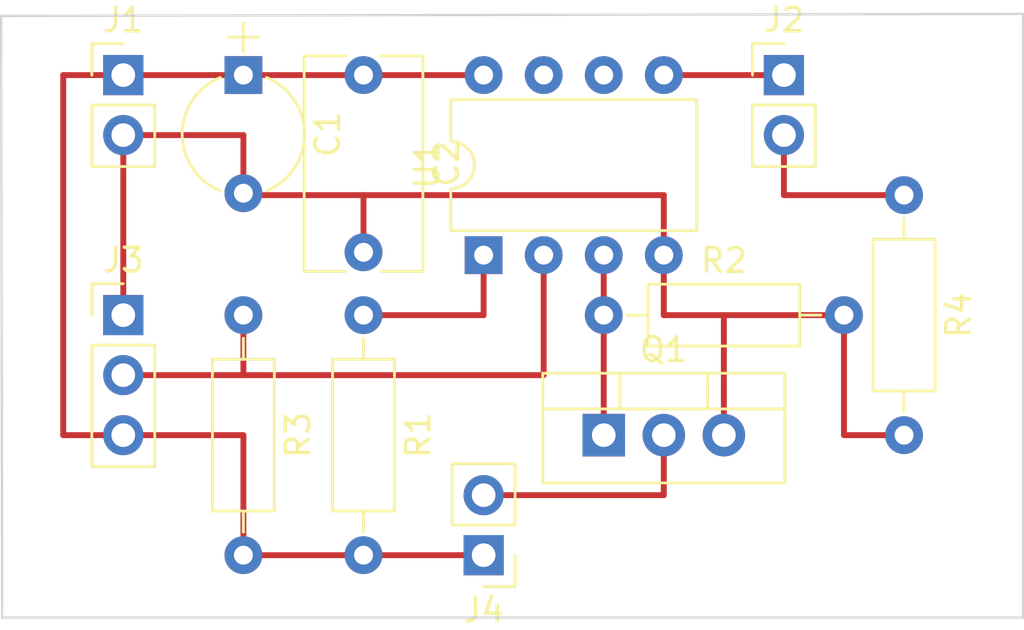
<source format=kicad_pcb>

(kicad_pcb
  (version 20171130)
  (host pcbnew "(5.1.12)-1")
  (general
    (thickness 1.6)
    (drawings 4)
    (tracks 37)
    (zones 0)
    (modules 12)
    (nets 11))
  (page USLetter)
  (layers
    (0 F.Cu signal)
    (31 B.Cu signal)
    (32 B.Adhes user)
    (33 F.Adhes user)
    (34 B.Paste user)
    (35 F.Paste user)
    (36 B.SilkS user)
    (37 F.SilkS user)
    (38 B.Mask user)
    (39 F.Mask user)
    (40 Dwgs.User user)
    (41 Cmts.User user)
    (42 Eco1.User user)
    (43 Eco2.User user)
    (44 Edge.Cuts user)
    (45 Margin user)
    (46 B.CrtYd user)
    (47 F.CrtYd user)
    (48 B.Fab user)
    (49 F.Fab user))
  (setup
    (last_trace_width 0.25)
    (trace_clearance 0.2)
    (zone_clearance 0.508)
    (zone_45_only no)
    (trace_min 0.2)
    (via_size 0.6)
    (via_drill 0.4)
    (via_min_size 0.4)
    (via_min_drill 0.3)
    (uvia_size 0.3)
    (uvia_drill 0.1)
    (uvias_allowed no)
    (uvia_min_size 0.2)
    (uvia_min_drill 0.1)
    (edge_width 0.1)
    (segment_width 0.2)
    (pcb_text_width 0.3)
    (pcb_text_size 1.5 1.5)
    (mod_edge_width 0.15)
    (mod_text_size 1 1)
    (mod_text_width 0.15)
    (pad_size 1.5 1.5)
    (pad_drill 0.6)
    (pad_to_mask_clearance 0)
    (aux_axis_origin 0 0)
    (visible_elements 7FFFFFFF)
    (pcbplotparams
      (layerselection 0x00030_80000001)
      (usegerberextensions false)
      (usegerberattributes true)
      (usegerberadvancedattributes true)
      (creategerberjobfile true)
      (excludeedgelayer true)
      (linewidth 0.1)
      (plotframeref false)
      (viasonmask false)
      (mode 1)
      (useauxorigin false)
      (hpglpennumber 1)
      (hpglpenspeed 20)
      (hpglpendiameter 15.0)
      (psnegative false)
      (psa4output false)
      (plotreference true)
      (plotvalue true)
      (plotinvisibletext false)
      (padsonsilk false)
      (subtractmaskfromsilk false)
      (outputformat 5)
      (mirror false)
      (drillshape 0)
      (scaleselection 1)
      (outputdirectory "")))
  (net 0 "")
  (net 1 /VCC)
  (net 2 GND)
  (net 3 "Net-(J2-Pad1)")
  (net 4 "Net-(J2-Pad2)")
  (net 5 "Net-(J3-Pad2)")
  (net 6 "Net-(J4-Pad2)")
  (net 7 "Net-(Q1-Pad1)")
  (net 8 "Net-(R1-Pad1)")
  (net 9 "Net-(U1-Pad6)")
  (net 10 "Net-(U1-Pad7)")
  (net_class Default "This is the default net class."
    (clearance 0.2)
    (trace_width 0.25)
    (via_dia 0.6)
    (via_drill 0.4)
    (uvia_dia 0.3)
    (uvia_drill 0.1)
    (add_net /VCC)
    (add_net GND)
    (add_net "Net-(J2-Pad1)")
    (add_net "Net-(J2-Pad2)")
    (add_net "Net-(J3-Pad2)")
    (add_net "Net-(J4-Pad2)")
    (add_net "Net-(Q1-Pad1)")
    (add_net "Net-(R1-Pad1)")
    (add_net "Net-(U1-Pad6)")
    (add_net "Net-(U1-Pad7)"))
  (module Capacitors_THT:CP_Radial_Tantal_D5.0mm_P5.00mm
    (layer F.Cu)
    (tedit 5920C257)
    (tstamp 5923B5AD)
    (at 129.54 93.98 270)
    (descr "CP, Radial_Tantal series, Radial, pin pitch=5.00mm, , diameter=5.0mm, Tantal Electrolytic Capacitor, http://cdn-reichelt.de/documents/datenblatt/B300/TANTAL-TB-Serie%23.pdf")
    (tags "CP Radial_Tantal series Radial pin pitch 5.00mm  diameter 5.0mm Tantal Electrolytic Capacitor")
    (path /592301F6)
    (fp_text reference C1
      (at 2.5 -3.56 270)
      (layer F.SilkS)
      (effects
        (font
          (size 1 1)
          (thickness 0.15))))
    (fp_text value 1uF
      (at 2.5 3.56 270)
      (layer F.Fab)
      (effects
        (font
          (size 1 1)
          (thickness 0.15))))
    (fp_text user %R
      (at 1.4 0 270)
      (layer F.Fab)
      (effects
        (font
          (size 1 1)
          (thickness 0.15))))
    (fp_circle
      (center 2.5 0)
      (end 5 0)
      (layer F.Fab)
      (width 0.1))
    (fp_line
      (start 6.05 -2.85)
      (end -1.05 -2.85)
      (layer F.CrtYd)
      (width 0.05))
    (fp_line
      (start 6.05 2.85)
      (end 6.05 -2.85)
      (layer F.CrtYd)
      (width 0.05))
    (fp_line
      (start -1.05 2.85)
      (end 6.05 2.85)
      (layer F.CrtYd)
      (width 0.05))
    (fp_line
      (start -1.05 -2.85)
      (end -1.05 2.85)
      (layer F.CrtYd)
      (width 0.05))
    (fp_line
      (start -1.6 -0.65)
      (end -1.6 0.65)
      (layer F.SilkS)
      (width 0.12))
    (fp_line
      (start -2.2 0)
      (end -1 0)
      (layer F.SilkS)
      (width 0.12))
    (fp_line
      (start -1.6 -0.65)
      (end -1.6 0.65)
      (layer F.Fab)
      (width 0.1))
    (fp_line
      (start -2.2 0)
      (end -1 0)
      (layer F.Fab)
      (width 0.1))
    (fp_arc
      (start 2.5 0)
      (end 0.102564 -0.98)
      (angle 135.5)
      (layer F.SilkS)
      (width 0.12))
    (fp_arc
      (start 2.5 0)
      (end 0.102564 0.98)
      (angle -135.5)
      (layer F.SilkS)
      (width 0.12))
    (pad 1 thru_hole rect
      (at 0 0 270)
      (size 1.6 1.6)
      (drill 0.8)
      (layers *.Cu *.Mask)
      (net 1 /VCC))
    (pad 2 thru_hole circle
      (at 5 0 270)
      (size 1.6 1.6)
      (drill 0.8)
      (layers *.Cu *.Mask)
      (net 2 GND))
    (model ${KISYS3DMOD}/Capacitors_THT.3dshapes/CP_Radial_Tantal_D5.0mm_P5.00mm.wrl
      (at
        (xyz 0 0 0))
      (scale
        (xyz 0.393701 0.393701 0.393701))
      (rotate
        (xyz 0 0 0))))
  (module Capacitors_THT:C_Rect_L9.0mm_W4.9mm_P7.50mm_MKT
    (layer F.Cu)
    (tedit 5920C257)
    (tstamp 5923B5B3)
    (at 134.62 93.98 270)
    (descr "C, Rect series, Radial, pin pitch=7.50mm, , length*width=9*4.9mm^2, Capacitor, https://en.tdk.eu/inf/20/20/db/fc_2009/MKT_B32560_564.pdf")
    (tags "C Rect series Radial pin pitch 7.50mm  length 9mm width 4.9mm Capacitor")
    (path /592301B1)
    (fp_text reference C2
      (at 3.75 -3.51 270)
      (layer F.SilkS)
      (effects
        (font
          (size 1 1)
          (thickness 0.15))))
    (fp_text value 0.1uF
      (at 3.75 3.51 270)
      (layer F.Fab)
      (effects
        (font
          (size 1 1)
          (thickness 0.15))))
    (fp_text user %R
      (at 3.75 0 270)
      (layer F.Fab)
      (effects
        (font
          (size 1 1)
          (thickness 0.15))))
    (fp_line
      (start 8.6 -2.8)
      (end -1.1 -2.8)
      (layer F.CrtYd)
      (width 0.05))
    (fp_line
      (start 8.6 2.8)
      (end 8.6 -2.8)
      (layer F.CrtYd)
      (width 0.05))
    (fp_line
      (start -1.1 2.8)
      (end 8.6 2.8)
      (layer F.CrtYd)
      (width 0.05))
    (fp_line
      (start -1.1 -2.8)
      (end -1.1 2.8)
      (layer F.CrtYd)
      (width 0.05))
    (fp_line
      (start 8.31 0.75)
      (end 8.31 2.51)
      (layer F.SilkS)
      (width 0.12))
    (fp_line
      (start 8.31 -2.51)
      (end 8.31 -0.75)
      (layer F.SilkS)
      (width 0.12))
    (fp_line
      (start -0.81 0.75)
      (end -0.81 2.51)
      (layer F.SilkS)
      (width 0.12))
    (fp_line
      (start -0.81 -2.51)
      (end -0.81 -0.75)
      (layer F.SilkS)
      (width 0.12))
    (fp_line
      (start -0.81 2.51)
      (end 8.31 2.51)
      (layer F.SilkS)
      (width 0.12))
    (fp_line
      (start -0.81 -2.51)
      (end 8.31 -2.51)
      (layer F.SilkS)
      (width 0.12))
    (fp_line
      (start 8.25 -2.45)
      (end -0.75 -2.45)
      (layer F.Fab)
      (width 0.1))
    (fp_line
      (start 8.25 2.45)
      (end 8.25 -2.45)
      (layer F.Fab)
      (width 0.1))
    (fp_line
      (start -0.75 2.45)
      (end 8.25 2.45)
      (layer F.Fab)
      (width 0.1))
    (fp_line
      (start -0.75 -2.45)
      (end -0.75 2.45)
      (layer F.Fab)
      (width 0.1))
    (pad 1 thru_hole circle
      (at 0 0 270)
      (size 1.6 1.6)
      (drill 0.8)
      (layers *.Cu *.Mask)
      (net 1 /VCC))
    (pad 2 thru_hole circle
      (at 7.5 0 270)
      (size 1.6 1.6)
      (drill 0.8)
      (layers *.Cu *.Mask)
      (net 2 GND))
    (model ${KISYS3DMOD}/Capacitors_THT.3dshapes/C_Rect_L9.0mm_W4.9mm_P7.50mm_MKT.wrl
      (at
        (xyz 0 0 0))
      (scale
        (xyz 0.393701 0.393701 0.393701))
      (rotate
        (xyz 0 0 0))))
  (module Pin_Headers:Pin_Header_Straight_1x02_Pitch2.54mm
    (layer F.Cu)
    (tedit 58CD4EC1)
    (tstamp 5923B5B9)
    (at 124.46 93.98)
    (descr "Through hole straight pin header, 1x02, 2.54mm pitch, single row")
    (tags "Through hole pin header THT 1x02 2.54mm single row")
    (path /592292B1)
    (fp_text reference J1
      (at 0 -2.33)
      (layer F.SilkS)
      (effects
        (font
          (size 1 1)
          (thickness 0.15))))
    (fp_text value PWR
      (at 0 4.87)
      (layer F.Fab)
      (effects
        (font
          (size 1 1)
          (thickness 0.15))))
    (fp_text user %R
      (at 0 -2.33)
      (layer F.Fab)
      (effects
        (font
          (size 1 1)
          (thickness 0.15))))
    (fp_line
      (start 1.8 -1.8)
      (end -1.8 -1.8)
      (layer F.CrtYd)
      (width 0.05))
    (fp_line
      (start 1.8 4.35)
      (end 1.8 -1.8)
      (layer F.CrtYd)
      (width 0.05))
    (fp_line
      (start -1.8 4.35)
      (end 1.8 4.35)
      (layer F.CrtYd)
      (width 0.05))
    (fp_line
      (start -1.8 -1.8)
      (end -1.8 4.35)
      (layer F.CrtYd)
      (width 0.05))
    (fp_line
      (start -1.33 -1.33)
      (end 0 -1.33)
      (layer F.SilkS)
      (width 0.12))
    (fp_line
      (start -1.33 0)
      (end -1.33 -1.33)
      (layer F.SilkS)
      (width 0.12))
    (fp_line
      (start 1.33 1.27)
      (end -1.33 1.27)
      (layer F.SilkS)
      (width 0.12))
    (fp_line
      (start 1.33 3.87)
      (end 1.33 1.27)
      (layer F.SilkS)
      (width 0.12))
    (fp_line
      (start -1.33 3.87)
      (end 1.33 3.87)
      (layer F.SilkS)
      (width 0.12))
    (fp_line
      (start -1.33 1.27)
      (end -1.33 3.87)
      (layer F.SilkS)
      (width 0.12))
    (fp_line
      (start 1.27 -1.27)
      (end -1.27 -1.27)
      (layer F.Fab)
      (width 0.1))
    (fp_line
      (start 1.27 3.81)
      (end 1.27 -1.27)
      (layer F.Fab)
      (width 0.1))
    (fp_line
      (start -1.27 3.81)
      (end 1.27 3.81)
      (layer F.Fab)
      (width 0.1))
    (fp_line
      (start -1.27 -1.27)
      (end -1.27 3.81)
      (layer F.Fab)
      (width 0.1))
    (pad 1 thru_hole rect
      (at 0 0)
      (size 1.7 1.7)
      (drill 1)
      (layers *.Cu *.Mask)
      (net 1 /VCC))
    (pad 2 thru_hole oval
      (at 0 2.54)
      (size 1.7 1.7)
      (drill 1)
      (layers *.Cu *.Mask)
      (net 2 GND))
    (model ${KISYS3DMOD}/Pin_Headers.3dshapes/Pin_Header_Straight_1x02_Pitch2.54mm.wrl
      (offset
        (xyz 0 -1.269999980926514 0))
      (scale
        (xyz 1 1 1))
      (rotate
        (xyz 0 0 90))))
  (module Pin_Headers:Pin_Header_Straight_1x02_Pitch2.54mm
    (layer F.Cu)
    (tedit 58CD4EC1)
    (tstamp 5923B5BF)
    (at 152.4 93.98)
    (descr "Through hole straight pin header, 1x02, 2.54mm pitch, single row")
    (tags "Through hole pin header THT 1x02 2.54mm single row")
    (path /59229326)
    (fp_text reference J2
      (at 0 -2.33)
      (layer F.SilkS)
      (effects
        (font
          (size 1 1)
          (thickness 0.15))))
    (fp_text value LED
      (at 0 4.87)
      (layer F.Fab)
      (effects
        (font
          (size 1 1)
          (thickness 0.15))))
    (fp_text user %R
      (at 0 -2.33)
      (layer F.Fab)
      (effects
        (font
          (size 1 1)
          (thickness 0.15))))
    (fp_line
      (start 1.8 -1.8)
      (end -1.8 -1.8)
      (layer F.CrtYd)
      (width 0.05))
    (fp_line
      (start 1.8 4.35)
      (end 1.8 -1.8)
      (layer F.CrtYd)
      (width 0.05))
    (fp_line
      (start -1.8 4.35)
      (end 1.8 4.35)
      (layer F.CrtYd)
      (width 0.05))
    (fp_line
      (start -1.8 -1.8)
      (end -1.8 4.35)
      (layer F.CrtYd)
      (width 0.05))
    (fp_line
      (start -1.33 -1.33)
      (end 0 -1.33)
      (layer F.SilkS)
      (width 0.12))
    (fp_line
      (start -1.33 0)
      (end -1.33 -1.33)
      (layer F.SilkS)
      (width 0.12))
    (fp_line
      (start 1.33 1.27)
      (end -1.33 1.27)
      (layer F.SilkS)
      (width 0.12))
    (fp_line
      (start 1.33 3.87)
      (end 1.33 1.27)
      (layer F.SilkS)
      (width 0.12))
    (fp_line
      (start -1.33 3.87)
      (end 1.33 3.87)
      (layer F.SilkS)
      (width 0.12))
    (fp_line
      (start -1.33 1.27)
      (end -1.33 3.87)
      (layer F.SilkS)
      (width 0.12))
    (fp_line
      (start 1.27 -1.27)
      (end -1.27 -1.27)
      (layer F.Fab)
      (width 0.1))
    (fp_line
      (start 1.27 3.81)
      (end 1.27 -1.27)
      (layer F.Fab)
      (width 0.1))
    (fp_line
      (start -1.27 3.81)
      (end 1.27 3.81)
      (layer F.Fab)
      (width 0.1))
    (fp_line
      (start -1.27 -1.27)
      (end -1.27 3.81)
      (layer F.Fab)
      (width 0.1))
    (pad 1 thru_hole rect
      (at 0 0)
      (size 1.7 1.7)
      (drill 1)
      (layers *.Cu *.Mask)
      (net 3 "Net-(J2-Pad1)"))
    (pad 2 thru_hole oval
      (at 0 2.54)
      (size 1.7 1.7)
      (drill 1)
      (layers *.Cu *.Mask)
      (net 4 "Net-(J2-Pad2)"))
    (model ${KISYS3DMOD}/Pin_Headers.3dshapes/Pin_Header_Straight_1x02_Pitch2.54mm.wrl
      (offset
        (xyz 0 -1.269999980926514 0))
      (scale
        (xyz 1 1 1))
      (rotate
        (xyz 0 0 90))))
  (module Pin_Headers:Pin_Header_Straight_1x03_Pitch2.54mm
    (layer F.Cu)
    (tedit 58CD4EC1)
    (tstamp 5923B5C6)
    (at 124.46 104.14)
    (descr "Through hole straight pin header, 1x03, 2.54mm pitch, single row")
    (tags "Through hole pin header THT 1x03 2.54mm single row")
    (path /59229DFD)
    (fp_text reference J3
      (at 0 -2.33)
      (layer F.SilkS)
      (effects
        (font
          (size 1 1)
          (thickness 0.15))))
    (fp_text value DS18B20
      (at 0 7.41)
      (layer F.Fab)
      (effects
        (font
          (size 1 1)
          (thickness 0.15))))
    (fp_text user %R
      (at 0 -2.33)
      (layer F.Fab)
      (effects
        (font
          (size 1 1)
          (thickness 0.15))))
    (fp_line
      (start 1.8 -1.8)
      (end -1.8 -1.8)
      (layer F.CrtYd)
      (width 0.05))
    (fp_line
      (start 1.8 6.85)
      (end 1.8 -1.8)
      (layer F.CrtYd)
      (width 0.05))
    (fp_line
      (start -1.8 6.85)
      (end 1.8 6.85)
      (layer F.CrtYd)
      (width 0.05))
    (fp_line
      (start -1.8 -1.8)
      (end -1.8 6.85)
      (layer F.CrtYd)
      (width 0.05))
    (fp_line
      (start -1.33 -1.33)
      (end 0 -1.33)
      (layer F.SilkS)
      (width 0.12))
    (fp_line
      (start -1.33 0)
      (end -1.33 -1.33)
      (layer F.SilkS)
      (width 0.12))
    (fp_line
      (start 1.33 1.27)
      (end -1.33 1.27)
      (layer F.SilkS)
      (width 0.12))
    (fp_line
      (start 1.33 6.41)
      (end 1.33 1.27)
      (layer F.SilkS)
      (width 0.12))
    (fp_line
      (start -1.33 6.41)
      (end 1.33 6.41)
      (layer F.SilkS)
      (width 0.12))
    (fp_line
      (start -1.33 1.27)
      (end -1.33 6.41)
      (layer F.SilkS)
      (width 0.12))
    (fp_line
      (start 1.27 -1.27)
      (end -1.27 -1.27)
      (layer F.Fab)
      (width 0.1))
    (fp_line
      (start 1.27 6.35)
      (end 1.27 -1.27)
      (layer F.Fab)
      (width 0.1))
    (fp_line
      (start -1.27 6.35)
      (end 1.27 6.35)
      (layer F.Fab)
      (width 0.1))
    (fp_line
      (start -1.27 -1.27)
      (end -1.27 6.35)
      (layer F.Fab)
      (width 0.1))
    (pad 1 thru_hole rect
      (at 0 0)
      (size 1.7 1.7)
      (drill 1)
      (layers *.Cu *.Mask)
      (net 2 GND))
    (pad 2 thru_hole oval
      (at 0 2.54)
      (size 1.7 1.7)
      (drill 1)
      (layers *.Cu *.Mask)
      (net 5 "Net-(J3-Pad2)"))
    (pad 3 thru_hole oval
      (at 0 5.08)
      (size 1.7 1.7)
      (drill 1)
      (layers *.Cu *.Mask)
      (net 1 /VCC))
    (model ${KISYS3DMOD}/Pin_Headers.3dshapes/Pin_Header_Straight_1x03_Pitch2.54mm.wrl
      (offset
        (xyz 0 -2.539999961853027 0))
      (scale
        (xyz 1 1 1))
      (rotate
        (xyz 0 0 90))))
  (module Pin_Headers:Pin_Header_Straight_1x02_Pitch2.54mm
    (layer F.Cu)
    (tedit 58CD4EC1)
    (tstamp 5923B5CC)
    (at 139.7 114.3 180)
    (descr "Through hole straight pin header, 1x02, 2.54mm pitch, single row")
    (tags "Through hole pin header THT 1x02 2.54mm single row")
    (path /5922937D)
    (fp_text reference J4
      (at 0 -2.33 180)
      (layer F.SilkS)
      (effects
        (font
          (size 1 1)
          (thickness 0.15))))
    (fp_text value Fan
      (at 0 4.87 180)
      (layer F.Fab)
      (effects
        (font
          (size 1 1)
          (thickness 0.15))))
    (fp_text user %R
      (at 0 -2.33 180)
      (layer F.Fab)
      (effects
        (font
          (size 1 1)
          (thickness 0.15))))
    (fp_line
      (start 1.8 -1.8)
      (end -1.8 -1.8)
      (layer F.CrtYd)
      (width 0.05))
    (fp_line
      (start 1.8 4.35)
      (end 1.8 -1.8)
      (layer F.CrtYd)
      (width 0.05))
    (fp_line
      (start -1.8 4.35)
      (end 1.8 4.35)
      (layer F.CrtYd)
      (width 0.05))
    (fp_line
      (start -1.8 -1.8)
      (end -1.8 4.35)
      (layer F.CrtYd)
      (width 0.05))
    (fp_line
      (start -1.33 -1.33)
      (end 0 -1.33)
      (layer F.SilkS)
      (width 0.12))
    (fp_line
      (start -1.33 0)
      (end -1.33 -1.33)
      (layer F.SilkS)
      (width 0.12))
    (fp_line
      (start 1.33 1.27)
      (end -1.33 1.27)
      (layer F.SilkS)
      (width 0.12))
    (fp_line
      (start 1.33 3.87)
      (end 1.33 1.27)
      (layer F.SilkS)
      (width 0.12))
    (fp_line
      (start -1.33 3.87)
      (end 1.33 3.87)
      (layer F.SilkS)
      (width 0.12))
    (fp_line
      (start -1.33 1.27)
      (end -1.33 3.87)
      (layer F.SilkS)
      (width 0.12))
    (fp_line
      (start 1.27 -1.27)
      (end -1.27 -1.27)
      (layer F.Fab)
      (width 0.1))
    (fp_line
      (start 1.27 3.81)
      (end 1.27 -1.27)
      (layer F.Fab)
      (width 0.1))
    (fp_line
      (start -1.27 3.81)
      (end 1.27 3.81)
      (layer F.Fab)
      (width 0.1))
    (fp_line
      (start -1.27 -1.27)
      (end -1.27 3.81)
      (layer F.Fab)
      (width 0.1))
    (pad 1 thru_hole rect
      (at 0 0 180)
      (size 1.7 1.7)
      (drill 1)
      (layers *.Cu *.Mask)
      (net 1 /VCC))
    (pad 2 thru_hole oval
      (at 0 2.54 180)
      (size 1.7 1.7)
      (drill 1)
      (layers *.Cu *.Mask)
      (net 6 "Net-(J4-Pad2)"))
    (model ${KISYS3DMOD}/Pin_Headers.3dshapes/Pin_Header_Straight_1x02_Pitch2.54mm.wrl
      (offset
        (xyz 0 -1.269999980926514 0))
      (scale
        (xyz 1 1 1))
      (rotate
        (xyz 0 0 90))))
  (module TO_SOT_Packages_THT:TO-220_Vertical
    (layer F.Cu)
    (tedit 58CE52AD)
    (tstamp 5923B5D3)
    (at 144.78 109.22)
    (descr "TO-220, Vertical, RM 2.54mm")
    (tags "TO-220 Vertical RM 2.54mm")
    (path /5922B27D)
    (fp_text reference Q1
      (at 2.54 -3.62)
      (layer F.SilkS)
      (effects
        (font
          (size 1 1)
          (thickness 0.15))))
    (fp_text value IRL3103PBF
      (at 2.54 3.92)
      (layer F.Fab)
      (effects
        (font
          (size 1 1)
          (thickness 0.15))))
    (fp_text user %R
      (at 2.54 -3.62)
      (layer F.Fab)
      (effects
        (font
          (size 1 1)
          (thickness 0.15))))
    (fp_line
      (start 7.79 -2.75)
      (end -2.71 -2.75)
      (layer F.CrtYd)
      (width 0.05))
    (fp_line
      (start 7.79 2.16)
      (end 7.79 -2.75)
      (layer F.CrtYd)
      (width 0.05))
    (fp_line
      (start -2.71 2.16)
      (end 7.79 2.16)
      (layer F.CrtYd)
      (width 0.05))
    (fp_line
      (start -2.71 -2.75)
      (end -2.71 2.16)
      (layer F.CrtYd)
      (width 0.05))
    (fp_line
      (start 4.391 -2.62)
      (end 4.391 -1.11)
      (layer F.SilkS)
      (width 0.12))
    (fp_line
      (start 0.69 -2.62)
      (end 0.69 -1.11)
      (layer F.SilkS)
      (width 0.12))
    (fp_line
      (start -2.58 -1.11)
      (end 7.66 -1.11)
      (layer F.SilkS)
      (width 0.12))
    (fp_line
      (start 7.66 -2.62)
      (end 7.66 2.021)
      (layer F.SilkS)
      (width 0.12))
    (fp_line
      (start -2.58 -2.62)
      (end -2.58 2.021)
      (layer F.SilkS)
      (width 0.12))
    (fp_line
      (start -2.58 2.021)
      (end 7.66 2.021)
      (layer F.SilkS)
      (width 0.12))
    (fp_line
      (start -2.58 -2.62)
      (end 7.66 -2.62)
      (layer F.SilkS)
      (width 0.12))
    (fp_line
      (start 4.39 -2.5)
      (end 4.39 -1.23)
      (layer F.Fab)
      (width 0.1))
    (fp_line
      (start 0.69 -2.5)
      (end 0.69 -1.23)
      (layer F.Fab)
      (width 0.1))
    (fp_line
      (start -2.46 -1.23)
      (end 7.54 -1.23)
      (layer F.Fab)
      (width 0.1))
    (fp_line
      (start 7.54 -2.5)
      (end -2.46 -2.5)
      (layer F.Fab)
      (width 0.1))
    (fp_line
      (start 7.54 1.9)
      (end 7.54 -2.5)
      (layer F.Fab)
      (width 0.1))
    (fp_line
      (start -2.46 1.9)
      (end 7.54 1.9)
      (layer F.Fab)
      (width 0.1))
    (fp_line
      (start -2.46 -2.5)
      (end -2.46 1.9)
      (layer F.Fab)
      (width 0.1))
    (pad 1 thru_hole rect
      (at 0 0)
      (size 1.8 1.8)
      (drill 1)
      (layers *.Cu *.Mask)
      (net 7 "Net-(Q1-Pad1)"))
    (pad 2 thru_hole oval
      (at 2.54 0)
      (size 1.8 1.8)
      (drill 1)
      (layers *.Cu *.Mask)
      (net 6 "Net-(J4-Pad2)"))
    (pad 3 thru_hole oval
      (at 5.08 0)
      (size 1.8 1.8)
      (drill 1)
      (layers *.Cu *.Mask)
      (net 2 GND))
    (model ${KISYS3DMOD}/TO_SOT_Packages_THT.3dshapes/TO-220_Vertical.wrl
      (offset
        (xyz 2.539999961853027 0 0))
      (scale
        (xyz 0.393701 0.393701 0.393701))
      (rotate
        (xyz 0 0 0))))
  (module Resistors_THT:R_Axial_DIN0207_L6.3mm_D2.5mm_P10.16mm_Horizontal
    (layer F.Cu)
    (tedit 5874F706)
    (tstamp 5923B5D9)
    (at 134.62 104.14 270)
    (descr "Resistor, Axial_DIN0207 series, Axial, Horizontal, pin pitch=10.16mm, 0.25W = 1/4W, length*diameter=6.3*2.5mm^2, http://cdn-reichelt.de/documents/datenblatt/B400/1_4W%23YAG.pdf")
    (tags "Resistor Axial_DIN0207 series Axial Horizontal pin pitch 10.16mm 0.25W = 1/4W length 6.3mm diameter 2.5mm")
    (path /5922A6DB)
    (fp_text reference R1
      (at 5.08 -2.31 270)
      (layer F.SilkS)
      (effects
        (font
          (size 1 1)
          (thickness 0.15))))
    (fp_text value 10K
      (at 5.08 2.31 270)
      (layer F.Fab)
      (effects
        (font
          (size 1 1)
          (thickness 0.15))))
    (fp_line
      (start 11.25 -1.6)
      (end -1.05 -1.6)
      (layer F.CrtYd)
      (width 0.05))
    (fp_line
      (start 11.25 1.6)
      (end 11.25 -1.6)
      (layer F.CrtYd)
      (width 0.05))
    (fp_line
      (start -1.05 1.6)
      (end 11.25 1.6)
      (layer F.CrtYd)
      (width 0.05))
    (fp_line
      (start -1.05 -1.6)
      (end -1.05 1.6)
      (layer F.CrtYd)
      (width 0.05))
    (fp_line
      (start 9.18 0)
      (end 8.29 0)
      (layer F.SilkS)
      (width 0.12))
    (fp_line
      (start 0.98 0)
      (end 1.87 0)
      (layer F.SilkS)
      (width 0.12))
    (fp_line
      (start 8.29 -1.31)
      (end 1.87 -1.31)
      (layer F.SilkS)
      (width 0.12))
    (fp_line
      (start 8.29 1.31)
      (end 8.29 -1.31)
      (layer F.SilkS)
      (width 0.12))
    (fp_line
      (start 1.87 1.31)
      (end 8.29 1.31)
      (layer F.SilkS)
      (width 0.12))
    (fp_line
      (start 1.87 -1.31)
      (end 1.87 1.31)
      (layer F.SilkS)
      (width 0.12))
    (fp_line
      (start 10.16 0)
      (end 8.23 0)
      (layer F.Fab)
      (width 0.1))
    (fp_line
      (start 0 0)
      (end 1.93 0)
      (layer F.Fab)
      (width 0.1))
    (fp_line
      (start 8.23 -1.25)
      (end 1.93 -1.25)
      (layer F.Fab)
      (width 0.1))
    (fp_line
      (start 8.23 1.25)
      (end 8.23 -1.25)
      (layer F.Fab)
      (width 0.1))
    (fp_line
      (start 1.93 1.25)
      (end 8.23 1.25)
      (layer F.Fab)
      (width 0.1))
    (fp_line
      (start 1.93 -1.25)
      (end 1.93 1.25)
      (layer F.Fab)
      (width 0.1))
    (pad 1 thru_hole circle
      (at 0 0 270)
      (size 1.6 1.6)
      (drill 0.8)
      (layers *.Cu *.Mask)
      (net 8 "Net-(R1-Pad1)"))
    (pad 2 thru_hole oval
      (at 10.16 0 270)
      (size 1.6 1.6)
      (drill 0.8)
      (layers *.Cu *.Mask)
      (net 1 /VCC))
    (model Resistors_THT.3dshapes/R_Axial_DIN0207_L6.3mm_D2.5mm_P10.16mm_Horizontal.wrl
      (at
        (xyz 0 0 0))
      (scale
        (xyz 0.393701 0.393701 0.393701))
      (rotate
        (xyz 0 0 0))))
  (module Resistors_THT:R_Axial_DIN0207_L6.3mm_D2.5mm_P10.16mm_Horizontal
    (layer F.Cu)
    (tedit 5874F706)
    (tstamp 5923B5DF)
    (at 144.78 104.14)
    (descr "Resistor, Axial_DIN0207 series, Axial, Horizontal, pin pitch=10.16mm, 0.25W = 1/4W, length*diameter=6.3*2.5mm^2, http://cdn-reichelt.de/documents/datenblatt/B400/1_4W%23YAG.pdf")
    (tags "Resistor Axial_DIN0207 series Axial Horizontal pin pitch 10.16mm 0.25W = 1/4W length 6.3mm diameter 2.5mm")
    (path /5922A762)
    (fp_text reference R2
      (at 5.08 -2.31)
      (layer F.SilkS)
      (effects
        (font
          (size 1 1)
          (thickness 0.15))))
    (fp_text value 10K
      (at 5.08 2.31)
      (layer F.Fab)
      (effects
        (font
          (size 1 1)
          (thickness 0.15))))
    (fp_line
      (start 11.25 -1.6)
      (end -1.05 -1.6)
      (layer F.CrtYd)
      (width 0.05))
    (fp_line
      (start 11.25 1.6)
      (end 11.25 -1.6)
      (layer F.CrtYd)
      (width 0.05))
    (fp_line
      (start -1.05 1.6)
      (end 11.25 1.6)
      (layer F.CrtYd)
      (width 0.05))
    (fp_line
      (start -1.05 -1.6)
      (end -1.05 1.6)
      (layer F.CrtYd)
      (width 0.05))
    (fp_line
      (start 9.18 0)
      (end 8.29 0)
      (layer F.SilkS)
      (width 0.12))
    (fp_line
      (start 0.98 0)
      (end 1.87 0)
      (layer F.SilkS)
      (width 0.12))
    (fp_line
      (start 8.29 -1.31)
      (end 1.87 -1.31)
      (layer F.SilkS)
      (width 0.12))
    (fp_line
      (start 8.29 1.31)
      (end 8.29 -1.31)
      (layer F.SilkS)
      (width 0.12))
    (fp_line
      (start 1.87 1.31)
      (end 8.29 1.31)
      (layer F.SilkS)
      (width 0.12))
    (fp_line
      (start 1.87 -1.31)
      (end 1.87 1.31)
      (layer F.SilkS)
      (width 0.12))
    (fp_line
      (start 10.16 0)
      (end 8.23 0)
      (layer F.Fab)
      (width 0.1))
    (fp_line
      (start 0 0)
      (end 1.93 0)
      (layer F.Fab)
      (width 0.1))
    (fp_line
      (start 8.23 -1.25)
      (end 1.93 -1.25)
      (layer F.Fab)
      (width 0.1))
    (fp_line
      (start 8.23 1.25)
      (end 8.23 -1.25)
      (layer F.Fab)
      (width 0.1))
    (fp_line
      (start 1.93 1.25)
      (end 8.23 1.25)
      (layer F.Fab)
      (width 0.1))
    (fp_line
      (start 1.93 -1.25)
      (end 1.93 1.25)
      (layer F.Fab)
      (width 0.1))
    (pad 1 thru_hole circle
      (at 0 0)
      (size 1.6 1.6)
      (drill 0.8)
      (layers *.Cu *.Mask)
      (net 7 "Net-(Q1-Pad1)"))
    (pad 2 thru_hole oval
      (at 10.16 0)
      (size 1.6 1.6)
      (drill 0.8)
      (layers *.Cu *.Mask)
      (net 2 GND))
    (model Resistors_THT.3dshapes/R_Axial_DIN0207_L6.3mm_D2.5mm_P10.16mm_Horizontal.wrl
      (at
        (xyz 0 0 0))
      (scale
        (xyz 0.393701 0.393701 0.393701))
      (rotate
        (xyz 0 0 0))))
  (module Resistors_THT:R_Axial_DIN0207_L6.3mm_D2.5mm_P10.16mm_Horizontal
    (layer F.Cu)
    (tedit 5874F706)
    (tstamp 5923B5E5)
    (at 129.54 104.14 270)
    (descr "Resistor, Axial_DIN0207 series, Axial, Horizontal, pin pitch=10.16mm, 0.25W = 1/4W, length*diameter=6.3*2.5mm^2, http://cdn-reichelt.de/documents/datenblatt/B400/1_4W%23YAG.pdf")
    (tags "Resistor Axial_DIN0207 series Axial Horizontal pin pitch 10.16mm 0.25W = 1/4W length 6.3mm diameter 2.5mm")
    (path /5922A642)
    (fp_text reference R3
      (at 5.08 -2.31 270)
      (layer F.SilkS)
      (effects
        (font
          (size 1 1)
          (thickness 0.15))))
    (fp_text value 4K7
      (at 5.08 2.31 270)
      (layer F.Fab)
      (effects
        (font
          (size 1 1)
          (thickness 0.15))))
    (fp_line
      (start 11.25 -1.6)
      (end -1.05 -1.6)
      (layer F.CrtYd)
      (width 0.05))
    (fp_line
      (start 11.25 1.6)
      (end 11.25 -1.6)
      (layer F.CrtYd)
      (width 0.05))
    (fp_line
      (start -1.05 1.6)
      (end 11.25 1.6)
      (layer F.CrtYd)
      (width 0.05))
    (fp_line
      (start -1.05 -1.6)
      (end -1.05 1.6)
      (layer F.CrtYd)
      (width 0.05))
    (fp_line
      (start 9.18 0)
      (end 8.29 0)
      (layer F.SilkS)
      (width 0.12))
    (fp_line
      (start 0.98 0)
      (end 1.87 0)
      (layer F.SilkS)
      (width 0.12))
    (fp_line
      (start 8.29 -1.31)
      (end 1.87 -1.31)
      (layer F.SilkS)
      (width 0.12))
    (fp_line
      (start 8.29 1.31)
      (end 8.29 -1.31)
      (layer F.SilkS)
      (width 0.12))
    (fp_line
      (start 1.87 1.31)
      (end 8.29 1.31)
      (layer F.SilkS)
      (width 0.12))
    (fp_line
      (start 1.87 -1.31)
      (end 1.87 1.31)
      (layer F.SilkS)
      (width 0.12))
    (fp_line
      (start 10.16 0)
      (end 8.23 0)
      (layer F.Fab)
      (width 0.1))
    (fp_line
      (start 0 0)
      (end 1.93 0)
      (layer F.Fab)
      (width 0.1))
    (fp_line
      (start 8.23 -1.25)
      (end 1.93 -1.25)
      (layer F.Fab)
      (width 0.1))
    (fp_line
      (start 8.23 1.25)
      (end 8.23 -1.25)
      (layer F.Fab)
      (width 0.1))
    (fp_line
      (start 1.93 1.25)
      (end 8.23 1.25)
      (layer F.Fab)
      (width 0.1))
    (fp_line
      (start 1.93 -1.25)
      (end 1.93 1.25)
      (layer F.Fab)
      (width 0.1))
    (pad 1 thru_hole circle
      (at 0 0 270)
      (size 1.6 1.6)
      (drill 0.8)
      (layers *.Cu *.Mask)
      (net 5 "Net-(J3-Pad2)"))
    (pad 2 thru_hole oval
      (at 10.16 0 270)
      (size 1.6 1.6)
      (drill 0.8)
      (layers *.Cu *.Mask)
      (net 1 /VCC))
    (model Resistors_THT.3dshapes/R_Axial_DIN0207_L6.3mm_D2.5mm_P10.16mm_Horizontal.wrl
      (at
        (xyz 0 0 0))
      (scale
        (xyz 0.393701 0.393701 0.393701))
      (rotate
        (xyz 0 0 0))))
  (module Resistors_THT:R_Axial_DIN0207_L6.3mm_D2.5mm_P10.16mm_Horizontal
    (layer F.Cu)
    (tedit 5874F706)
    (tstamp 5923B5EB)
    (at 157.48 99.06 270)
    (descr "Resistor, Axial_DIN0207 series, Axial, Horizontal, pin pitch=10.16mm, 0.25W = 1/4W, length*diameter=6.3*2.5mm^2, http://cdn-reichelt.de/documents/datenblatt/B400/1_4W%23YAG.pdf")
    (tags "Resistor Axial_DIN0207 series Axial Horizontal pin pitch 10.16mm 0.25W = 1/4W length 6.3mm diameter 2.5mm")
    (path /5922EDAA)
    (fp_text reference R4
      (at 5.08 -2.31 270)
      (layer F.SilkS)
      (effects
        (font
          (size 1 1)
          (thickness 0.15))))
    (fp_text value 270
      (at 5.08 2.31 270)
      (layer F.Fab)
      (effects
        (font
          (size 1 1)
          (thickness 0.15))))
    (fp_line
      (start 11.25 -1.6)
      (end -1.05 -1.6)
      (layer F.CrtYd)
      (width 0.05))
    (fp_line
      (start 11.25 1.6)
      (end 11.25 -1.6)
      (layer F.CrtYd)
      (width 0.05))
    (fp_line
      (start -1.05 1.6)
      (end 11.25 1.6)
      (layer F.CrtYd)
      (width 0.05))
    (fp_line
      (start -1.05 -1.6)
      (end -1.05 1.6)
      (layer F.CrtYd)
      (width 0.05))
    (fp_line
      (start 9.18 0)
      (end 8.29 0)
      (layer F.SilkS)
      (width 0.12))
    (fp_line
      (start 0.98 0)
      (end 1.87 0)
      (layer F.SilkS)
      (width 0.12))
    (fp_line
      (start 8.29 -1.31)
      (end 1.87 -1.31)
      (layer F.SilkS)
      (width 0.12))
    (fp_line
      (start 8.29 1.31)
      (end 8.29 -1.31)
      (layer F.SilkS)
      (width 0.12))
    (fp_line
      (start 1.87 1.31)
      (end 8.29 1.31)
      (layer F.SilkS)
      (width 0.12))
    (fp_line
      (start 1.87 -1.31)
      (end 1.87 1.31)
      (layer F.SilkS)
      (width 0.12))
    (fp_line
      (start 10.16 0)
      (end 8.23 0)
      (layer F.Fab)
      (width 0.1))
    (fp_line
      (start 0 0)
      (end 1.93 0)
      (layer F.Fab)
      (width 0.1))
    (fp_line
      (start 8.23 -1.25)
      (end 1.93 -1.25)
      (layer F.Fab)
      (width 0.1))
    (fp_line
      (start 8.23 1.25)
      (end 8.23 -1.25)
      (layer F.Fab)
      (width 0.1))
    (fp_line
      (start 1.93 1.25)
      (end 8.23 1.25)
      (layer F.Fab)
      (width 0.1))
    (fp_line
      (start 1.93 -1.25)
      (end 1.93 1.25)
      (layer F.Fab)
      (width 0.1))
    (pad 1 thru_hole circle
      (at 0 0 270)
      (size 1.6 1.6)
      (drill 0.8)
      (layers *.Cu *.Mask)
      (net 4 "Net-(J2-Pad2)"))
    (pad 2 thru_hole oval
      (at 10.16 0 270)
      (size 1.6 1.6)
      (drill 0.8)
      (layers *.Cu *.Mask)
      (net 2 GND))
    (model Resistors_THT.3dshapes/R_Axial_DIN0207_L6.3mm_D2.5mm_P10.16mm_Horizontal.wrl
      (at
        (xyz 0 0 0))
      (scale
        (xyz 0.393701 0.393701 0.393701))
      (rotate
        (xyz 0 0 0))))
  (module Housings_DIP:DIP-8_W7.62mm
    (layer F.Cu)
    (tedit 58CC8E33)
    (tstamp 5923B5F7)
    (at 139.7 101.6 90)
    (descr "8-lead dip package, row spacing 7.62 mm (300 mils)")
    (tags "DIL DIP PDIP 2.54mm 7.62mm 300mil")
    (path /59229143)
    (fp_text reference U1
      (at 3.81 -2.39 90)
      (layer F.SilkS)
      (effects
        (font
          (size 1 1)
          (thickness 0.15))))
    (fp_text value ATTINY85-20PU
      (at 3.81 10.01 90)
      (layer F.Fab)
      (effects
        (font
          (size 1 1)
          (thickness 0.15))))
    (fp_text user %R
      (at 3.81 3.81 90)
      (layer F.Fab)
      (effects
        (font
          (size 1 1)
          (thickness 0.15))))
    (fp_line
      (start 8.7 -1.6)
      (end -1.1 -1.6)
      (layer F.CrtYd)
      (width 0.05))
    (fp_line
      (start 8.7 9.2)
      (end 8.7 -1.6)
      (layer F.CrtYd)
      (width 0.05))
    (fp_line
      (start -1.1 9.2)
      (end 8.7 9.2)
      (layer F.CrtYd)
      (width 0.05))
    (fp_line
      (start -1.1 -1.6)
      (end -1.1 9.2)
      (layer F.CrtYd)
      (width 0.05))
    (fp_line
      (start 6.58 -1.39)
      (end 4.81 -1.39)
      (layer F.SilkS)
      (width 0.12))
    (fp_line
      (start 6.58 9.01)
      (end 6.58 -1.39)
      (layer F.SilkS)
      (width 0.12))
    (fp_line
      (start 1.04 9.01)
      (end 6.58 9.01)
      (layer F.SilkS)
      (width 0.12))
    (fp_line
      (start 1.04 -1.39)
      (end 1.04 9.01)
      (layer F.SilkS)
      (width 0.12))
    (fp_line
      (start 2.81 -1.39)
      (end 1.04 -1.39)
      (layer F.SilkS)
      (width 0.12))
    (fp_line
      (start 0.635 -0.27)
      (end 1.635 -1.27)
      (layer F.Fab)
      (width 0.1))
    (fp_line
      (start 0.635 8.89)
      (end 0.635 -0.27)
      (layer F.Fab)
      (width 0.1))
    (fp_line
      (start 6.985 8.89)
      (end 0.635 8.89)
      (layer F.Fab)
      (width 0.1))
    (fp_line
      (start 6.985 -1.27)
      (end 6.985 8.89)
      (layer F.Fab)
      (width 0.1))
    (fp_line
      (start 1.635 -1.27)
      (end 6.985 -1.27)
      (layer F.Fab)
      (width 0.1))
    (fp_arc
      (start 3.81 -1.39)
      (end 2.81 -1.39)
      (angle -180)
      (layer F.SilkS)
      (width 0.12))
    (pad 1 thru_hole rect
      (at 0 0 90)
      (size 1.6 1.6)
      (drill 0.8)
      (layers *.Cu *.Mask)
      (net 8 "Net-(R1-Pad1)"))
    (pad 5 thru_hole oval
      (at 7.62 7.62 90)
      (size 1.6 1.6)
      (drill 0.8)
      (layers *.Cu *.Mask)
      (net 3 "Net-(J2-Pad1)"))
    (pad 2 thru_hole oval
      (at 0 2.54 90)
      (size 1.6 1.6)
      (drill 0.8)
      (layers *.Cu *.Mask)
      (net 5 "Net-(J3-Pad2)"))
    (pad 6 thru_hole oval
      (at 7.62 5.08 90)
      (size 1.6 1.6)
      (drill 0.8)
      (layers *.Cu *.Mask)
      (net 9 "Net-(U1-Pad6)"))
    (pad 3 thru_hole oval
      (at 0 5.08 90)
      (size 1.6 1.6)
      (drill 0.8)
      (layers *.Cu *.Mask)
      (net 7 "Net-(Q1-Pad1)"))
    (pad 7 thru_hole oval
      (at 7.62 2.54 90)
      (size 1.6 1.6)
      (drill 0.8)
      (layers *.Cu *.Mask)
      (net 10 "Net-(U1-Pad7)"))
    (pad 4 thru_hole oval
      (at 0 7.62 90)
      (size 1.6 1.6)
      (drill 0.8)
      (layers *.Cu *.Mask)
      (net 2 GND))
    (pad 8 thru_hole oval
      (at 7.62 0 90)
      (size 1.6 1.6)
      (drill 0.8)
      (layers *.Cu *.Mask)
      (net 1 /VCC))
    (model ${KISYS3DMOD}/Housings_DIP.3dshapes/DIP-8_W7.62mm.wrl
      (at
        (xyz 0 0 0))
      (scale
        (xyz 1 1 1))
      (rotate
        (xyz 0 0 0))))
  (gr_line
    (start 119.33936 116.93906)
    (end 119.29618 91.47556)
    (layer Edge.Cuts)
    (width 0.1)
    (tstamp 653880DB))
  (gr_line
    (start 162.51682 116.93906)
    (end 119.33936 116.93906)
    (layer Edge.Cuts)
    (width 0.1))
  (gr_line
    (start 162.51682 91.3892)
    (end 162.51682 116.93906)
    (layer Edge.Cuts)
    (width 0.1))
  (gr_line
    (start 119.29618 91.47556)
    (end 162.51682 91.3892)
    (layer Edge.Cuts)
    (width 0.1))
  (segment
    (start 124.46 109.22)
    (end 129.54 109.22)
    (width 0.25)
    (layer F.Cu)
    (net 1))
  (segment
    (start 129.54 109.22)
    (end 129.54 114.3)
    (width 0.25)
    (layer F.Cu)
    (net 1)
    (tstamp 5923BC45))
  (segment
    (start 129.54 114.3)
    (end 134.62 114.3)
    (width 0.25)
    (layer F.Cu)
    (net 1)
    (tstamp 5923BC48))
  (segment
    (start 134.62 114.3)
    (end 139.7 114.3)
    (width 0.25)
    (layer F.Cu)
    (net 1)
    (tstamp 5923BC4A))
  (segment
    (start 124.46 93.98)
    (end 121.92 93.98)
    (width 0.25)
    (layer F.Cu)
    (net 1))
  (segment
    (start 121.92 109.22)
    (end 124.46 109.22)
    (width 0.25)
    (layer F.Cu)
    (net 1)
    (tstamp 5923BAA7))
  (segment
    (start 121.92 93.98)
    (end 121.92 109.22)
    (width 0.25)
    (layer F.Cu)
    (net 1)
    (tstamp 5923BA9E))
  (segment
    (start 124.46 93.98)
    (end 129.54 93.98)
    (width 0.25)
    (layer F.Cu)
    (net 1))
  (segment
    (start 129.54 93.98)
    (end 134.62 93.98)
    (width 0.25)
    (layer F.Cu)
    (net 1)
    (tstamp 5923B8B9))
  (segment
    (start 134.62 93.98)
    (end 139.7 93.98)
    (width 0.25)
    (layer F.Cu)
    (net 1)
    (tstamp 5923B8BB))
  (segment
    (start 157.48 109.22)
    (end 154.94 109.22)
    (width 0.25)
    (layer F.Cu)
    (net 2)
    (status 400000))
  (segment
    (start 154.94 109.22)
    (end 154.94 104.14)
    (width 0.25)
    (layer F.Cu)
    (net 2)
    (tstamp 5923BC63)
    (status 800000))
  (segment
    (start 154.94 104.14)
    (end 149.86 104.14)
    (width 0.25)
    (layer F.Cu)
    (net 2)
    (tstamp 5923BC64))
  (segment
    (start 149.86 109.22)
    (end 149.86 104.14)
    (width 0.25)
    (layer F.Cu)
    (net 2))
  (segment
    (start 147.32 104.14)
    (end 147.32 101.6)
    (width 0.25)
    (layer F.Cu)
    (net 2)
    (tstamp 5923BC5F))
  (segment
    (start 149.86 104.14)
    (end 147.32 104.14)
    (width 0.25)
    (layer F.Cu)
    (net 2)
    (tstamp 5923BC59))
  (segment
    (start 124.46 104.14)
    (end 124.46 96.52)
    (width 0.25)
    (layer F.Cu)
    (net 2))
  (segment
    (start 134.62 101.48)
    (end 134.62 99.06)
    (width 0.25)
    (layer F.Cu)
    (net 2))
  (segment
    (start 124.46 96.52)
    (end 129.54 96.52)
    (width 0.25)
    (layer F.Cu)
    (net 2))
  (segment
    (start 129.54 96.52)
    (end 129.54 98.98)
    (width 0.25)
    (layer F.Cu)
    (net 2)
    (tstamp 5923B89D))
  (segment
    (start 129.54 98.98)
    (end 129.62 99.06)
    (width 0.25)
    (layer F.Cu)
    (net 2)
    (tstamp 5923B8A2))
  (segment
    (start 129.62 99.06)
    (end 134.62 99.06)
    (width 0.25)
    (layer F.Cu)
    (net 2)
    (tstamp 5923B8A3))
  (segment
    (start 134.62 99.06)
    (end 147.32 99.06)
    (width 0.25)
    (layer F.Cu)
    (net 2)
    (tstamp 5923B8B5))
  (segment
    (start 147.32 99.06)
    (end 147.32 101.6)
    (width 0.25)
    (layer F.Cu)
    (net 2)
    (tstamp 5923B8A8))
  (segment
    (start 152.4 93.98)
    (end 147.32 93.98)
    (width 0.25)
    (layer F.Cu)
    (net 3))
  (segment
    (start 157.48 99.06)
    (end 152.4 99.06)
    (width 0.25)
    (layer F.Cu)
    (net 4)
    (status 400000))
  (segment
    (start 152.4 99.06)
    (end 152.4 96.52)
    (width 0.25)
    (layer F.Cu)
    (net 4))
  (segment
    (start 129.54 104.14)
    (end 129.54 106.68)
    (width 0.25)
    (layer F.Cu)
    (net 5))
  (segment
    (start 124.46 106.68)
    (end 129.54 106.68)
    (width 0.25)
    (layer F.Cu)
    (net 5))
  (segment
    (start 129.54 106.68)
    (end 142.24 106.68)
    (width 0.25)
    (layer F.Cu)
    (net 5)
    (tstamp 5923BC41))
  (segment
    (start 142.24 106.68)
    (end 142.24 101.6)
    (width 0.25)
    (layer F.Cu)
    (net 5)
    (tstamp 5923BC33))
  (segment
    (start 139.7 111.76)
    (end 147.32 111.76)
    (width 0.25)
    (layer F.Cu)
    (net 6))
  (segment
    (start 147.32 111.76)
    (end 147.32 109.22)
    (width 0.25)
    (layer F.Cu)
    (net 6)
    (tstamp 5923BC4F))
  (segment
    (start 144.78 109.22)
    (end 144.78 104.14)
    (width 0.25)
    (layer F.Cu)
    (net 7))
  (segment
    (start 144.78 104.14)
    (end 144.78 101.6)
    (width 0.25)
    (layer F.Cu)
    (net 7)
    (tstamp 5923BC54))
  (segment
    (start 134.62 104.14)
    (end 139.7 104.14)
    (width 0.25)
    (layer F.Cu)
    (net 8))
  (segment
    (start 139.7 104.14)
    (end 139.7 101.6)
    (width 0.25)
    (layer F.Cu)
    (net 8)
    (tstamp 5923BC2A)))
</source>
